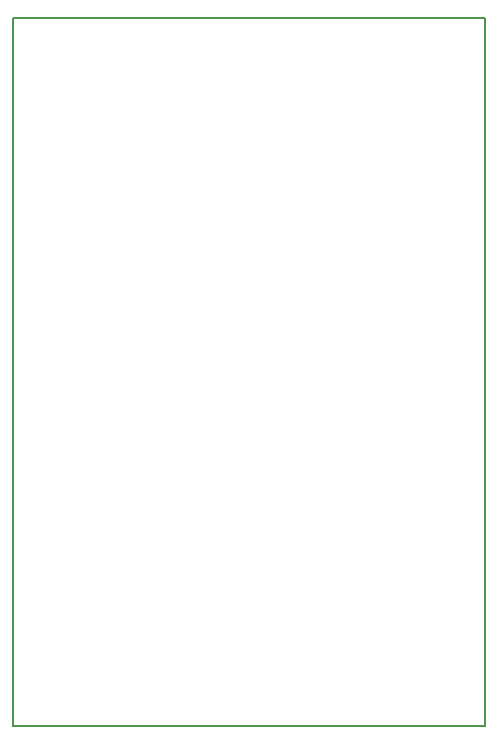
<source format=gbr>
G04*
G04 #@! TF.GenerationSoftware,Altium Limited,Altium Designer,22.4.2 (48)*
G04*
G04 Layer_Color=8388736*
%FSLAX25Y25*%
%MOIN*%
G70*
G04*
G04 #@! TF.SameCoordinates,2A41B901-7CA2-4390-9F02-5F8C8343CA34*
G04*
G04*
G04 #@! TF.FilePolarity,Positive*
G04*
G01*
G75*
%ADD10C,0.00500*%
D10*
X0Y0D02*
Y236221D01*
Y0D02*
X157480D01*
Y236221D01*
X0D02*
X157480D01*
M02*

</source>
